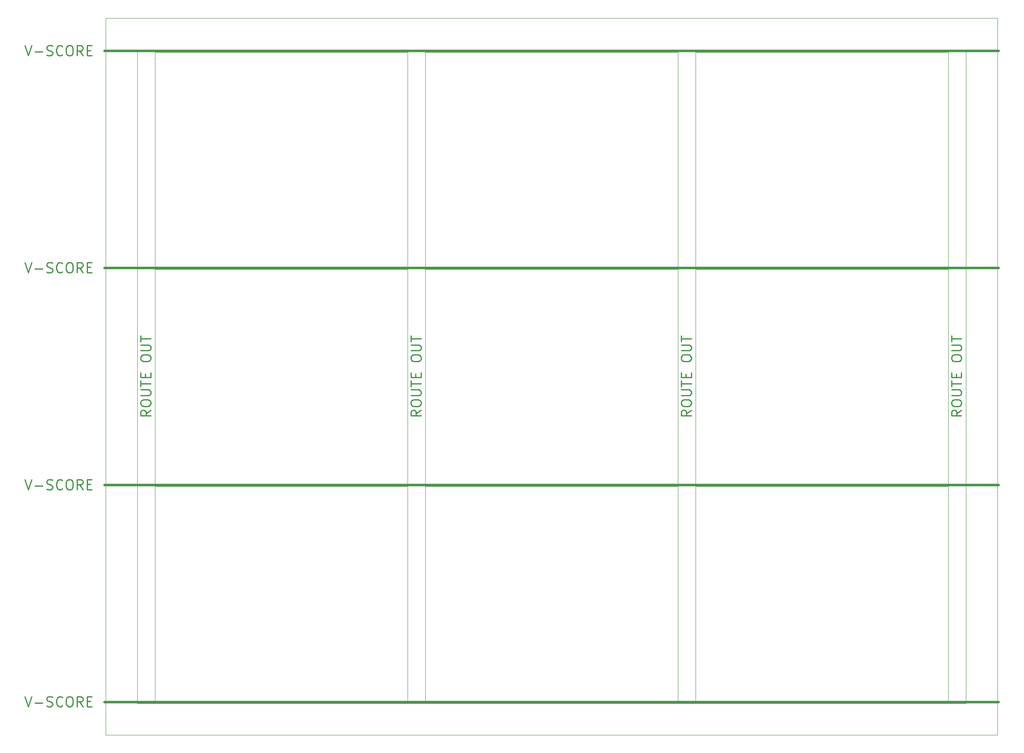
<source format=gko>
%TF.GenerationSoftware,KiCad,Pcbnew,8.0.7*%
%TF.CreationDate,2025-04-01T11:43:10-06:00*%
%TF.ProjectId,SparkFun_GNSS_LG580P_panelized,53706172-6b46-4756-9e5f-474e53535f4c,rev?*%
%TF.SameCoordinates,Original*%
%TF.FileFunction,Soldermask,Bot*%
%TF.FilePolarity,Negative*%
%FSLAX46Y46*%
G04 Gerber Fmt 4.6, Leading zero omitted, Abs format (unit mm)*
G04 Created by KiCad (PCBNEW 8.0.7) date 2025-04-01 11:43:10*
%MOMM*%
%LPD*%
G01*
G04 APERTURE LIST*
%TA.AperFunction,Profile*%
%ADD10C,0.100000*%
%TD*%
%ADD11C,0.250000*%
%ADD12C,0.500000*%
G04 APERTURE END LIST*
D10*
X-3548000Y-500000D02*
X-3548000Y131040000D01*
X163044000Y-500000D02*
X-3548000Y-500000D01*
X163044000Y131040000D02*
X163044000Y-500000D01*
X-3548000Y131040000D02*
X163044000Y131040000D01*
X-9898000Y-6850000D02*
X-9898000Y137390000D01*
X169394000Y-6850000D02*
X-9898000Y-6850000D01*
X169394000Y137390000D02*
X169394000Y-6850000D01*
X-9898000Y137390000D02*
X169394000Y137390000D01*
X108696000Y130540000D02*
X159496000Y130540000D01*
X159496000Y87360000D01*
X108696000Y87360000D01*
X108696000Y130540000D01*
X108696000Y86860000D02*
X159496000Y86860000D01*
X159496000Y43680000D01*
X108696000Y43680000D01*
X108696000Y86860000D01*
X108696000Y43180000D02*
X159496000Y43180000D01*
X159496000Y0D01*
X108696000Y0D01*
X108696000Y43180000D01*
X54348000Y130540000D02*
X105148000Y130540000D01*
X105148000Y87360000D01*
X54348000Y87360000D01*
X54348000Y130540000D01*
X54348000Y86860000D02*
X105148000Y86860000D01*
X105148000Y43680000D01*
X54348000Y43680000D01*
X54348000Y86860000D01*
X54348000Y43180000D02*
X105148000Y43180000D01*
X105148000Y0D01*
X54348000Y0D01*
X54348000Y43180000D01*
X0Y130540000D02*
X50800000Y130540000D01*
X50800000Y87360000D01*
X0Y87360000D01*
X0Y130540000D01*
X0Y86860000D02*
X50800000Y86860000D01*
X50800000Y43680000D01*
X0Y43680000D01*
X0Y86860000D01*
X0Y43180000D02*
X50800000Y43180000D01*
X50800000Y0D01*
X0Y0D01*
X0Y43180000D01*
D11*
X162182238Y58508095D02*
X161229857Y57841428D01*
X162182238Y57365238D02*
X160182238Y57365238D01*
X160182238Y57365238D02*
X160182238Y58127143D01*
X160182238Y58127143D02*
X160277476Y58317619D01*
X160277476Y58317619D02*
X160372714Y58412857D01*
X160372714Y58412857D02*
X160563190Y58508095D01*
X160563190Y58508095D02*
X160848904Y58508095D01*
X160848904Y58508095D02*
X161039380Y58412857D01*
X161039380Y58412857D02*
X161134619Y58317619D01*
X161134619Y58317619D02*
X161229857Y58127143D01*
X161229857Y58127143D02*
X161229857Y57365238D01*
X160182238Y59746190D02*
X160182238Y60127143D01*
X160182238Y60127143D02*
X160277476Y60317619D01*
X160277476Y60317619D02*
X160467952Y60508095D01*
X160467952Y60508095D02*
X160848904Y60603333D01*
X160848904Y60603333D02*
X161515571Y60603333D01*
X161515571Y60603333D02*
X161896523Y60508095D01*
X161896523Y60508095D02*
X162087000Y60317619D01*
X162087000Y60317619D02*
X162182238Y60127143D01*
X162182238Y60127143D02*
X162182238Y59746190D01*
X162182238Y59746190D02*
X162087000Y59555714D01*
X162087000Y59555714D02*
X161896523Y59365238D01*
X161896523Y59365238D02*
X161515571Y59270000D01*
X161515571Y59270000D02*
X160848904Y59270000D01*
X160848904Y59270000D02*
X160467952Y59365238D01*
X160467952Y59365238D02*
X160277476Y59555714D01*
X160277476Y59555714D02*
X160182238Y59746190D01*
X160182238Y61460476D02*
X161801285Y61460476D01*
X161801285Y61460476D02*
X161991761Y61555714D01*
X161991761Y61555714D02*
X162087000Y61650952D01*
X162087000Y61650952D02*
X162182238Y61841428D01*
X162182238Y61841428D02*
X162182238Y62222381D01*
X162182238Y62222381D02*
X162087000Y62412857D01*
X162087000Y62412857D02*
X161991761Y62508095D01*
X161991761Y62508095D02*
X161801285Y62603333D01*
X161801285Y62603333D02*
X160182238Y62603333D01*
X160182238Y63270000D02*
X160182238Y64412857D01*
X162182238Y63841428D02*
X160182238Y63841428D01*
X161134619Y65079524D02*
X161134619Y65746191D01*
X162182238Y66031905D02*
X162182238Y65079524D01*
X162182238Y65079524D02*
X160182238Y65079524D01*
X160182238Y65079524D02*
X160182238Y66031905D01*
X160182238Y68793810D02*
X160182238Y69174763D01*
X160182238Y69174763D02*
X160277476Y69365239D01*
X160277476Y69365239D02*
X160467952Y69555715D01*
X160467952Y69555715D02*
X160848904Y69650953D01*
X160848904Y69650953D02*
X161515571Y69650953D01*
X161515571Y69650953D02*
X161896523Y69555715D01*
X161896523Y69555715D02*
X162087000Y69365239D01*
X162087000Y69365239D02*
X162182238Y69174763D01*
X162182238Y69174763D02*
X162182238Y68793810D01*
X162182238Y68793810D02*
X162087000Y68603334D01*
X162087000Y68603334D02*
X161896523Y68412858D01*
X161896523Y68412858D02*
X161515571Y68317620D01*
X161515571Y68317620D02*
X160848904Y68317620D01*
X160848904Y68317620D02*
X160467952Y68412858D01*
X160467952Y68412858D02*
X160277476Y68603334D01*
X160277476Y68603334D02*
X160182238Y68793810D01*
X160182238Y70508096D02*
X161801285Y70508096D01*
X161801285Y70508096D02*
X161991761Y70603334D01*
X161991761Y70603334D02*
X162087000Y70698572D01*
X162087000Y70698572D02*
X162182238Y70889048D01*
X162182238Y70889048D02*
X162182238Y71270001D01*
X162182238Y71270001D02*
X162087000Y71460477D01*
X162087000Y71460477D02*
X161991761Y71555715D01*
X161991761Y71555715D02*
X161801285Y71650953D01*
X161801285Y71650953D02*
X160182238Y71650953D01*
X160182238Y72317620D02*
X160182238Y73460477D01*
X162182238Y72889048D02*
X160182238Y72889048D01*
X107834238Y58508095D02*
X106881857Y57841428D01*
X107834238Y57365238D02*
X105834238Y57365238D01*
X105834238Y57365238D02*
X105834238Y58127143D01*
X105834238Y58127143D02*
X105929476Y58317619D01*
X105929476Y58317619D02*
X106024714Y58412857D01*
X106024714Y58412857D02*
X106215190Y58508095D01*
X106215190Y58508095D02*
X106500904Y58508095D01*
X106500904Y58508095D02*
X106691380Y58412857D01*
X106691380Y58412857D02*
X106786619Y58317619D01*
X106786619Y58317619D02*
X106881857Y58127143D01*
X106881857Y58127143D02*
X106881857Y57365238D01*
X105834238Y59746190D02*
X105834238Y60127143D01*
X105834238Y60127143D02*
X105929476Y60317619D01*
X105929476Y60317619D02*
X106119952Y60508095D01*
X106119952Y60508095D02*
X106500904Y60603333D01*
X106500904Y60603333D02*
X107167571Y60603333D01*
X107167571Y60603333D02*
X107548523Y60508095D01*
X107548523Y60508095D02*
X107739000Y60317619D01*
X107739000Y60317619D02*
X107834238Y60127143D01*
X107834238Y60127143D02*
X107834238Y59746190D01*
X107834238Y59746190D02*
X107739000Y59555714D01*
X107739000Y59555714D02*
X107548523Y59365238D01*
X107548523Y59365238D02*
X107167571Y59270000D01*
X107167571Y59270000D02*
X106500904Y59270000D01*
X106500904Y59270000D02*
X106119952Y59365238D01*
X106119952Y59365238D02*
X105929476Y59555714D01*
X105929476Y59555714D02*
X105834238Y59746190D01*
X105834238Y61460476D02*
X107453285Y61460476D01*
X107453285Y61460476D02*
X107643761Y61555714D01*
X107643761Y61555714D02*
X107739000Y61650952D01*
X107739000Y61650952D02*
X107834238Y61841428D01*
X107834238Y61841428D02*
X107834238Y62222381D01*
X107834238Y62222381D02*
X107739000Y62412857D01*
X107739000Y62412857D02*
X107643761Y62508095D01*
X107643761Y62508095D02*
X107453285Y62603333D01*
X107453285Y62603333D02*
X105834238Y62603333D01*
X105834238Y63270000D02*
X105834238Y64412857D01*
X107834238Y63841428D02*
X105834238Y63841428D01*
X106786619Y65079524D02*
X106786619Y65746191D01*
X107834238Y66031905D02*
X107834238Y65079524D01*
X107834238Y65079524D02*
X105834238Y65079524D01*
X105834238Y65079524D02*
X105834238Y66031905D01*
X105834238Y68793810D02*
X105834238Y69174763D01*
X105834238Y69174763D02*
X105929476Y69365239D01*
X105929476Y69365239D02*
X106119952Y69555715D01*
X106119952Y69555715D02*
X106500904Y69650953D01*
X106500904Y69650953D02*
X107167571Y69650953D01*
X107167571Y69650953D02*
X107548523Y69555715D01*
X107548523Y69555715D02*
X107739000Y69365239D01*
X107739000Y69365239D02*
X107834238Y69174763D01*
X107834238Y69174763D02*
X107834238Y68793810D01*
X107834238Y68793810D02*
X107739000Y68603334D01*
X107739000Y68603334D02*
X107548523Y68412858D01*
X107548523Y68412858D02*
X107167571Y68317620D01*
X107167571Y68317620D02*
X106500904Y68317620D01*
X106500904Y68317620D02*
X106119952Y68412858D01*
X106119952Y68412858D02*
X105929476Y68603334D01*
X105929476Y68603334D02*
X105834238Y68793810D01*
X105834238Y70508096D02*
X107453285Y70508096D01*
X107453285Y70508096D02*
X107643761Y70603334D01*
X107643761Y70603334D02*
X107739000Y70698572D01*
X107739000Y70698572D02*
X107834238Y70889048D01*
X107834238Y70889048D02*
X107834238Y71270001D01*
X107834238Y71270001D02*
X107739000Y71460477D01*
X107739000Y71460477D02*
X107643761Y71555715D01*
X107643761Y71555715D02*
X107453285Y71650953D01*
X107453285Y71650953D02*
X105834238Y71650953D01*
X105834238Y72317620D02*
X105834238Y73460477D01*
X107834238Y72889048D02*
X105834238Y72889048D01*
X53486238Y58508095D02*
X52533857Y57841428D01*
X53486238Y57365238D02*
X51486238Y57365238D01*
X51486238Y57365238D02*
X51486238Y58127143D01*
X51486238Y58127143D02*
X51581476Y58317619D01*
X51581476Y58317619D02*
X51676714Y58412857D01*
X51676714Y58412857D02*
X51867190Y58508095D01*
X51867190Y58508095D02*
X52152904Y58508095D01*
X52152904Y58508095D02*
X52343380Y58412857D01*
X52343380Y58412857D02*
X52438619Y58317619D01*
X52438619Y58317619D02*
X52533857Y58127143D01*
X52533857Y58127143D02*
X52533857Y57365238D01*
X51486238Y59746190D02*
X51486238Y60127143D01*
X51486238Y60127143D02*
X51581476Y60317619D01*
X51581476Y60317619D02*
X51771952Y60508095D01*
X51771952Y60508095D02*
X52152904Y60603333D01*
X52152904Y60603333D02*
X52819571Y60603333D01*
X52819571Y60603333D02*
X53200523Y60508095D01*
X53200523Y60508095D02*
X53391000Y60317619D01*
X53391000Y60317619D02*
X53486238Y60127143D01*
X53486238Y60127143D02*
X53486238Y59746190D01*
X53486238Y59746190D02*
X53391000Y59555714D01*
X53391000Y59555714D02*
X53200523Y59365238D01*
X53200523Y59365238D02*
X52819571Y59270000D01*
X52819571Y59270000D02*
X52152904Y59270000D01*
X52152904Y59270000D02*
X51771952Y59365238D01*
X51771952Y59365238D02*
X51581476Y59555714D01*
X51581476Y59555714D02*
X51486238Y59746190D01*
X51486238Y61460476D02*
X53105285Y61460476D01*
X53105285Y61460476D02*
X53295761Y61555714D01*
X53295761Y61555714D02*
X53391000Y61650952D01*
X53391000Y61650952D02*
X53486238Y61841428D01*
X53486238Y61841428D02*
X53486238Y62222381D01*
X53486238Y62222381D02*
X53391000Y62412857D01*
X53391000Y62412857D02*
X53295761Y62508095D01*
X53295761Y62508095D02*
X53105285Y62603333D01*
X53105285Y62603333D02*
X51486238Y62603333D01*
X51486238Y63270000D02*
X51486238Y64412857D01*
X53486238Y63841428D02*
X51486238Y63841428D01*
X52438619Y65079524D02*
X52438619Y65746191D01*
X53486238Y66031905D02*
X53486238Y65079524D01*
X53486238Y65079524D02*
X51486238Y65079524D01*
X51486238Y65079524D02*
X51486238Y66031905D01*
X51486238Y68793810D02*
X51486238Y69174763D01*
X51486238Y69174763D02*
X51581476Y69365239D01*
X51581476Y69365239D02*
X51771952Y69555715D01*
X51771952Y69555715D02*
X52152904Y69650953D01*
X52152904Y69650953D02*
X52819571Y69650953D01*
X52819571Y69650953D02*
X53200523Y69555715D01*
X53200523Y69555715D02*
X53391000Y69365239D01*
X53391000Y69365239D02*
X53486238Y69174763D01*
X53486238Y69174763D02*
X53486238Y68793810D01*
X53486238Y68793810D02*
X53391000Y68603334D01*
X53391000Y68603334D02*
X53200523Y68412858D01*
X53200523Y68412858D02*
X52819571Y68317620D01*
X52819571Y68317620D02*
X52152904Y68317620D01*
X52152904Y68317620D02*
X51771952Y68412858D01*
X51771952Y68412858D02*
X51581476Y68603334D01*
X51581476Y68603334D02*
X51486238Y68793810D01*
X51486238Y70508096D02*
X53105285Y70508096D01*
X53105285Y70508096D02*
X53295761Y70603334D01*
X53295761Y70603334D02*
X53391000Y70698572D01*
X53391000Y70698572D02*
X53486238Y70889048D01*
X53486238Y70889048D02*
X53486238Y71270001D01*
X53486238Y71270001D02*
X53391000Y71460477D01*
X53391000Y71460477D02*
X53295761Y71555715D01*
X53295761Y71555715D02*
X53105285Y71650953D01*
X53105285Y71650953D02*
X51486238Y71650953D01*
X51486238Y72317620D02*
X51486238Y73460477D01*
X53486238Y72889048D02*
X51486238Y72889048D01*
X-861762Y58508095D02*
X-1814143Y57841428D01*
X-861762Y57365238D02*
X-2861762Y57365238D01*
X-2861762Y57365238D02*
X-2861762Y58127143D01*
X-2861762Y58127143D02*
X-2766524Y58317619D01*
X-2766524Y58317619D02*
X-2671286Y58412857D01*
X-2671286Y58412857D02*
X-2480810Y58508095D01*
X-2480810Y58508095D02*
X-2195096Y58508095D01*
X-2195096Y58508095D02*
X-2004620Y58412857D01*
X-2004620Y58412857D02*
X-1909381Y58317619D01*
X-1909381Y58317619D02*
X-1814143Y58127143D01*
X-1814143Y58127143D02*
X-1814143Y57365238D01*
X-2861762Y59746190D02*
X-2861762Y60127143D01*
X-2861762Y60127143D02*
X-2766524Y60317619D01*
X-2766524Y60317619D02*
X-2576048Y60508095D01*
X-2576048Y60508095D02*
X-2195096Y60603333D01*
X-2195096Y60603333D02*
X-1528429Y60603333D01*
X-1528429Y60603333D02*
X-1147477Y60508095D01*
X-1147477Y60508095D02*
X-957000Y60317619D01*
X-957000Y60317619D02*
X-861762Y60127143D01*
X-861762Y60127143D02*
X-861762Y59746190D01*
X-861762Y59746190D02*
X-957000Y59555714D01*
X-957000Y59555714D02*
X-1147477Y59365238D01*
X-1147477Y59365238D02*
X-1528429Y59270000D01*
X-1528429Y59270000D02*
X-2195096Y59270000D01*
X-2195096Y59270000D02*
X-2576048Y59365238D01*
X-2576048Y59365238D02*
X-2766524Y59555714D01*
X-2766524Y59555714D02*
X-2861762Y59746190D01*
X-2861762Y61460476D02*
X-1242715Y61460476D01*
X-1242715Y61460476D02*
X-1052239Y61555714D01*
X-1052239Y61555714D02*
X-957000Y61650952D01*
X-957000Y61650952D02*
X-861762Y61841428D01*
X-861762Y61841428D02*
X-861762Y62222381D01*
X-861762Y62222381D02*
X-957000Y62412857D01*
X-957000Y62412857D02*
X-1052239Y62508095D01*
X-1052239Y62508095D02*
X-1242715Y62603333D01*
X-1242715Y62603333D02*
X-2861762Y62603333D01*
X-2861762Y63270000D02*
X-2861762Y64412857D01*
X-861762Y63841428D02*
X-2861762Y63841428D01*
X-1909381Y65079524D02*
X-1909381Y65746191D01*
X-861762Y66031905D02*
X-861762Y65079524D01*
X-861762Y65079524D02*
X-2861762Y65079524D01*
X-2861762Y65079524D02*
X-2861762Y66031905D01*
X-2861762Y68793810D02*
X-2861762Y69174763D01*
X-2861762Y69174763D02*
X-2766524Y69365239D01*
X-2766524Y69365239D02*
X-2576048Y69555715D01*
X-2576048Y69555715D02*
X-2195096Y69650953D01*
X-2195096Y69650953D02*
X-1528429Y69650953D01*
X-1528429Y69650953D02*
X-1147477Y69555715D01*
X-1147477Y69555715D02*
X-957000Y69365239D01*
X-957000Y69365239D02*
X-861762Y69174763D01*
X-861762Y69174763D02*
X-861762Y68793810D01*
X-861762Y68793810D02*
X-957000Y68603334D01*
X-957000Y68603334D02*
X-1147477Y68412858D01*
X-1147477Y68412858D02*
X-1528429Y68317620D01*
X-1528429Y68317620D02*
X-2195096Y68317620D01*
X-2195096Y68317620D02*
X-2576048Y68412858D01*
X-2576048Y68412858D02*
X-2766524Y68603334D01*
X-2766524Y68603334D02*
X-2861762Y68793810D01*
X-2861762Y70508096D02*
X-1242715Y70508096D01*
X-1242715Y70508096D02*
X-1052239Y70603334D01*
X-1052239Y70603334D02*
X-957000Y70698572D01*
X-957000Y70698572D02*
X-861762Y70889048D01*
X-861762Y70889048D02*
X-861762Y71270001D01*
X-861762Y71270001D02*
X-957000Y71460477D01*
X-957000Y71460477D02*
X-1052239Y71555715D01*
X-1052239Y71555715D02*
X-1242715Y71650953D01*
X-1242715Y71650953D02*
X-2861762Y71650953D01*
X-2861762Y72317620D02*
X-2861762Y73460477D01*
X-861762Y72889048D02*
X-2861762Y72889048D01*
X-26121997Y837762D02*
X-25455331Y-1162238D01*
X-25455331Y-1162238D02*
X-24788664Y837762D01*
X-24121997Y-400333D02*
X-22598187Y-400333D01*
X-21741045Y-1067000D02*
X-21455331Y-1162238D01*
X-21455331Y-1162238D02*
X-20979140Y-1162238D01*
X-20979140Y-1162238D02*
X-20788664Y-1067000D01*
X-20788664Y-1067000D02*
X-20693426Y-971761D01*
X-20693426Y-971761D02*
X-20598188Y-781285D01*
X-20598188Y-781285D02*
X-20598188Y-590809D01*
X-20598188Y-590809D02*
X-20693426Y-400333D01*
X-20693426Y-400333D02*
X-20788664Y-305095D01*
X-20788664Y-305095D02*
X-20979140Y-209857D01*
X-20979140Y-209857D02*
X-21360093Y-114619D01*
X-21360093Y-114619D02*
X-21550569Y-19380D01*
X-21550569Y-19380D02*
X-21645807Y75858D01*
X-21645807Y75858D02*
X-21741045Y266334D01*
X-21741045Y266334D02*
X-21741045Y456810D01*
X-21741045Y456810D02*
X-21645807Y647286D01*
X-21645807Y647286D02*
X-21550569Y742524D01*
X-21550569Y742524D02*
X-21360093Y837762D01*
X-21360093Y837762D02*
X-20883902Y837762D01*
X-20883902Y837762D02*
X-20598188Y742524D01*
X-18598188Y-971761D02*
X-18693426Y-1067000D01*
X-18693426Y-1067000D02*
X-18979140Y-1162238D01*
X-18979140Y-1162238D02*
X-19169616Y-1162238D01*
X-19169616Y-1162238D02*
X-19455331Y-1067000D01*
X-19455331Y-1067000D02*
X-19645807Y-876523D01*
X-19645807Y-876523D02*
X-19741045Y-686047D01*
X-19741045Y-686047D02*
X-19836283Y-305095D01*
X-19836283Y-305095D02*
X-19836283Y-19380D01*
X-19836283Y-19380D02*
X-19741045Y361572D01*
X-19741045Y361572D02*
X-19645807Y552048D01*
X-19645807Y552048D02*
X-19455331Y742524D01*
X-19455331Y742524D02*
X-19169616Y837762D01*
X-19169616Y837762D02*
X-18979140Y837762D01*
X-18979140Y837762D02*
X-18693426Y742524D01*
X-18693426Y742524D02*
X-18598188Y647286D01*
X-17360093Y837762D02*
X-16979140Y837762D01*
X-16979140Y837762D02*
X-16788664Y742524D01*
X-16788664Y742524D02*
X-16598188Y552048D01*
X-16598188Y552048D02*
X-16502950Y171096D01*
X-16502950Y171096D02*
X-16502950Y-495571D01*
X-16502950Y-495571D02*
X-16598188Y-876523D01*
X-16598188Y-876523D02*
X-16788664Y-1067000D01*
X-16788664Y-1067000D02*
X-16979140Y-1162238D01*
X-16979140Y-1162238D02*
X-17360093Y-1162238D01*
X-17360093Y-1162238D02*
X-17550569Y-1067000D01*
X-17550569Y-1067000D02*
X-17741045Y-876523D01*
X-17741045Y-876523D02*
X-17836283Y-495571D01*
X-17836283Y-495571D02*
X-17836283Y171096D01*
X-17836283Y171096D02*
X-17741045Y552048D01*
X-17741045Y552048D02*
X-17550569Y742524D01*
X-17550569Y742524D02*
X-17360093Y837762D01*
X-14502950Y-1162238D02*
X-15169617Y-209857D01*
X-15645807Y-1162238D02*
X-15645807Y837762D01*
X-15645807Y837762D02*
X-14883902Y837762D01*
X-14883902Y837762D02*
X-14693426Y742524D01*
X-14693426Y742524D02*
X-14598188Y647286D01*
X-14598188Y647286D02*
X-14502950Y456810D01*
X-14502950Y456810D02*
X-14502950Y171096D01*
X-14502950Y171096D02*
X-14598188Y-19380D01*
X-14598188Y-19380D02*
X-14693426Y-114619D01*
X-14693426Y-114619D02*
X-14883902Y-209857D01*
X-14883902Y-209857D02*
X-15645807Y-209857D01*
X-13645807Y-114619D02*
X-12979140Y-114619D01*
X-12693426Y-1162238D02*
X-13645807Y-1162238D01*
X-13645807Y-1162238D02*
X-13645807Y837762D01*
X-13645807Y837762D02*
X-12693426Y837762D01*
D12*
X-10148000Y-250000D02*
X169644000Y-250000D01*
D11*
X-26121997Y44517762D02*
X-25455331Y42517762D01*
X-25455331Y42517762D02*
X-24788664Y44517762D01*
X-24121997Y43279667D02*
X-22598187Y43279667D01*
X-21741045Y42613000D02*
X-21455331Y42517762D01*
X-21455331Y42517762D02*
X-20979140Y42517762D01*
X-20979140Y42517762D02*
X-20788664Y42613000D01*
X-20788664Y42613000D02*
X-20693426Y42708239D01*
X-20693426Y42708239D02*
X-20598188Y42898715D01*
X-20598188Y42898715D02*
X-20598188Y43089191D01*
X-20598188Y43089191D02*
X-20693426Y43279667D01*
X-20693426Y43279667D02*
X-20788664Y43374905D01*
X-20788664Y43374905D02*
X-20979140Y43470143D01*
X-20979140Y43470143D02*
X-21360093Y43565381D01*
X-21360093Y43565381D02*
X-21550569Y43660620D01*
X-21550569Y43660620D02*
X-21645807Y43755858D01*
X-21645807Y43755858D02*
X-21741045Y43946334D01*
X-21741045Y43946334D02*
X-21741045Y44136810D01*
X-21741045Y44136810D02*
X-21645807Y44327286D01*
X-21645807Y44327286D02*
X-21550569Y44422524D01*
X-21550569Y44422524D02*
X-21360093Y44517762D01*
X-21360093Y44517762D02*
X-20883902Y44517762D01*
X-20883902Y44517762D02*
X-20598188Y44422524D01*
X-18598188Y42708239D02*
X-18693426Y42613000D01*
X-18693426Y42613000D02*
X-18979140Y42517762D01*
X-18979140Y42517762D02*
X-19169616Y42517762D01*
X-19169616Y42517762D02*
X-19455331Y42613000D01*
X-19455331Y42613000D02*
X-19645807Y42803477D01*
X-19645807Y42803477D02*
X-19741045Y42993953D01*
X-19741045Y42993953D02*
X-19836283Y43374905D01*
X-19836283Y43374905D02*
X-19836283Y43660620D01*
X-19836283Y43660620D02*
X-19741045Y44041572D01*
X-19741045Y44041572D02*
X-19645807Y44232048D01*
X-19645807Y44232048D02*
X-19455331Y44422524D01*
X-19455331Y44422524D02*
X-19169616Y44517762D01*
X-19169616Y44517762D02*
X-18979140Y44517762D01*
X-18979140Y44517762D02*
X-18693426Y44422524D01*
X-18693426Y44422524D02*
X-18598188Y44327286D01*
X-17360093Y44517762D02*
X-16979140Y44517762D01*
X-16979140Y44517762D02*
X-16788664Y44422524D01*
X-16788664Y44422524D02*
X-16598188Y44232048D01*
X-16598188Y44232048D02*
X-16502950Y43851096D01*
X-16502950Y43851096D02*
X-16502950Y43184429D01*
X-16502950Y43184429D02*
X-16598188Y42803477D01*
X-16598188Y42803477D02*
X-16788664Y42613000D01*
X-16788664Y42613000D02*
X-16979140Y42517762D01*
X-16979140Y42517762D02*
X-17360093Y42517762D01*
X-17360093Y42517762D02*
X-17550569Y42613000D01*
X-17550569Y42613000D02*
X-17741045Y42803477D01*
X-17741045Y42803477D02*
X-17836283Y43184429D01*
X-17836283Y43184429D02*
X-17836283Y43851096D01*
X-17836283Y43851096D02*
X-17741045Y44232048D01*
X-17741045Y44232048D02*
X-17550569Y44422524D01*
X-17550569Y44422524D02*
X-17360093Y44517762D01*
X-14502950Y42517762D02*
X-15169617Y43470143D01*
X-15645807Y42517762D02*
X-15645807Y44517762D01*
X-15645807Y44517762D02*
X-14883902Y44517762D01*
X-14883902Y44517762D02*
X-14693426Y44422524D01*
X-14693426Y44422524D02*
X-14598188Y44327286D01*
X-14598188Y44327286D02*
X-14502950Y44136810D01*
X-14502950Y44136810D02*
X-14502950Y43851096D01*
X-14502950Y43851096D02*
X-14598188Y43660620D01*
X-14598188Y43660620D02*
X-14693426Y43565381D01*
X-14693426Y43565381D02*
X-14883902Y43470143D01*
X-14883902Y43470143D02*
X-15645807Y43470143D01*
X-13645807Y43565381D02*
X-12979140Y43565381D01*
X-12693426Y42517762D02*
X-13645807Y42517762D01*
X-13645807Y42517762D02*
X-13645807Y44517762D01*
X-13645807Y44517762D02*
X-12693426Y44517762D01*
D12*
X-10148000Y43430000D02*
X169644000Y43430000D01*
D11*
X-26121997Y88197762D02*
X-25455331Y86197762D01*
X-25455331Y86197762D02*
X-24788664Y88197762D01*
X-24121997Y86959667D02*
X-22598187Y86959667D01*
X-21741045Y86293000D02*
X-21455331Y86197762D01*
X-21455331Y86197762D02*
X-20979140Y86197762D01*
X-20979140Y86197762D02*
X-20788664Y86293000D01*
X-20788664Y86293000D02*
X-20693426Y86388239D01*
X-20693426Y86388239D02*
X-20598188Y86578715D01*
X-20598188Y86578715D02*
X-20598188Y86769191D01*
X-20598188Y86769191D02*
X-20693426Y86959667D01*
X-20693426Y86959667D02*
X-20788664Y87054905D01*
X-20788664Y87054905D02*
X-20979140Y87150143D01*
X-20979140Y87150143D02*
X-21360093Y87245381D01*
X-21360093Y87245381D02*
X-21550569Y87340620D01*
X-21550569Y87340620D02*
X-21645807Y87435858D01*
X-21645807Y87435858D02*
X-21741045Y87626334D01*
X-21741045Y87626334D02*
X-21741045Y87816810D01*
X-21741045Y87816810D02*
X-21645807Y88007286D01*
X-21645807Y88007286D02*
X-21550569Y88102524D01*
X-21550569Y88102524D02*
X-21360093Y88197762D01*
X-21360093Y88197762D02*
X-20883902Y88197762D01*
X-20883902Y88197762D02*
X-20598188Y88102524D01*
X-18598188Y86388239D02*
X-18693426Y86293000D01*
X-18693426Y86293000D02*
X-18979140Y86197762D01*
X-18979140Y86197762D02*
X-19169616Y86197762D01*
X-19169616Y86197762D02*
X-19455331Y86293000D01*
X-19455331Y86293000D02*
X-19645807Y86483477D01*
X-19645807Y86483477D02*
X-19741045Y86673953D01*
X-19741045Y86673953D02*
X-19836283Y87054905D01*
X-19836283Y87054905D02*
X-19836283Y87340620D01*
X-19836283Y87340620D02*
X-19741045Y87721572D01*
X-19741045Y87721572D02*
X-19645807Y87912048D01*
X-19645807Y87912048D02*
X-19455331Y88102524D01*
X-19455331Y88102524D02*
X-19169616Y88197762D01*
X-19169616Y88197762D02*
X-18979140Y88197762D01*
X-18979140Y88197762D02*
X-18693426Y88102524D01*
X-18693426Y88102524D02*
X-18598188Y88007286D01*
X-17360093Y88197762D02*
X-16979140Y88197762D01*
X-16979140Y88197762D02*
X-16788664Y88102524D01*
X-16788664Y88102524D02*
X-16598188Y87912048D01*
X-16598188Y87912048D02*
X-16502950Y87531096D01*
X-16502950Y87531096D02*
X-16502950Y86864429D01*
X-16502950Y86864429D02*
X-16598188Y86483477D01*
X-16598188Y86483477D02*
X-16788664Y86293000D01*
X-16788664Y86293000D02*
X-16979140Y86197762D01*
X-16979140Y86197762D02*
X-17360093Y86197762D01*
X-17360093Y86197762D02*
X-17550569Y86293000D01*
X-17550569Y86293000D02*
X-17741045Y86483477D01*
X-17741045Y86483477D02*
X-17836283Y86864429D01*
X-17836283Y86864429D02*
X-17836283Y87531096D01*
X-17836283Y87531096D02*
X-17741045Y87912048D01*
X-17741045Y87912048D02*
X-17550569Y88102524D01*
X-17550569Y88102524D02*
X-17360093Y88197762D01*
X-14502950Y86197762D02*
X-15169617Y87150143D01*
X-15645807Y86197762D02*
X-15645807Y88197762D01*
X-15645807Y88197762D02*
X-14883902Y88197762D01*
X-14883902Y88197762D02*
X-14693426Y88102524D01*
X-14693426Y88102524D02*
X-14598188Y88007286D01*
X-14598188Y88007286D02*
X-14502950Y87816810D01*
X-14502950Y87816810D02*
X-14502950Y87531096D01*
X-14502950Y87531096D02*
X-14598188Y87340620D01*
X-14598188Y87340620D02*
X-14693426Y87245381D01*
X-14693426Y87245381D02*
X-14883902Y87150143D01*
X-14883902Y87150143D02*
X-15645807Y87150143D01*
X-13645807Y87245381D02*
X-12979140Y87245381D01*
X-12693426Y86197762D02*
X-13645807Y86197762D01*
X-13645807Y86197762D02*
X-13645807Y88197762D01*
X-13645807Y88197762D02*
X-12693426Y88197762D01*
D12*
X-10148000Y87110000D02*
X169644000Y87110000D01*
D11*
X-26121997Y131877761D02*
X-25455331Y129877761D01*
X-25455331Y129877761D02*
X-24788664Y131877761D01*
X-24121997Y130639666D02*
X-22598187Y130639666D01*
X-21741045Y129973000D02*
X-21455331Y129877761D01*
X-21455331Y129877761D02*
X-20979140Y129877761D01*
X-20979140Y129877761D02*
X-20788664Y129973000D01*
X-20788664Y129973000D02*
X-20693426Y130068238D01*
X-20693426Y130068238D02*
X-20598188Y130258714D01*
X-20598188Y130258714D02*
X-20598188Y130449190D01*
X-20598188Y130449190D02*
X-20693426Y130639666D01*
X-20693426Y130639666D02*
X-20788664Y130734904D01*
X-20788664Y130734904D02*
X-20979140Y130830142D01*
X-20979140Y130830142D02*
X-21360093Y130925380D01*
X-21360093Y130925380D02*
X-21550569Y131020619D01*
X-21550569Y131020619D02*
X-21645807Y131115857D01*
X-21645807Y131115857D02*
X-21741045Y131306333D01*
X-21741045Y131306333D02*
X-21741045Y131496809D01*
X-21741045Y131496809D02*
X-21645807Y131687285D01*
X-21645807Y131687285D02*
X-21550569Y131782523D01*
X-21550569Y131782523D02*
X-21360093Y131877761D01*
X-21360093Y131877761D02*
X-20883902Y131877761D01*
X-20883902Y131877761D02*
X-20598188Y131782523D01*
X-18598188Y130068238D02*
X-18693426Y129973000D01*
X-18693426Y129973000D02*
X-18979140Y129877761D01*
X-18979140Y129877761D02*
X-19169616Y129877761D01*
X-19169616Y129877761D02*
X-19455331Y129973000D01*
X-19455331Y129973000D02*
X-19645807Y130163476D01*
X-19645807Y130163476D02*
X-19741045Y130353952D01*
X-19741045Y130353952D02*
X-19836283Y130734904D01*
X-19836283Y130734904D02*
X-19836283Y131020619D01*
X-19836283Y131020619D02*
X-19741045Y131401571D01*
X-19741045Y131401571D02*
X-19645807Y131592047D01*
X-19645807Y131592047D02*
X-19455331Y131782523D01*
X-19455331Y131782523D02*
X-19169616Y131877761D01*
X-19169616Y131877761D02*
X-18979140Y131877761D01*
X-18979140Y131877761D02*
X-18693426Y131782523D01*
X-18693426Y131782523D02*
X-18598188Y131687285D01*
X-17360093Y131877761D02*
X-16979140Y131877761D01*
X-16979140Y131877761D02*
X-16788664Y131782523D01*
X-16788664Y131782523D02*
X-16598188Y131592047D01*
X-16598188Y131592047D02*
X-16502950Y131211095D01*
X-16502950Y131211095D02*
X-16502950Y130544428D01*
X-16502950Y130544428D02*
X-16598188Y130163476D01*
X-16598188Y130163476D02*
X-16788664Y129973000D01*
X-16788664Y129973000D02*
X-16979140Y129877761D01*
X-16979140Y129877761D02*
X-17360093Y129877761D01*
X-17360093Y129877761D02*
X-17550569Y129973000D01*
X-17550569Y129973000D02*
X-17741045Y130163476D01*
X-17741045Y130163476D02*
X-17836283Y130544428D01*
X-17836283Y130544428D02*
X-17836283Y131211095D01*
X-17836283Y131211095D02*
X-17741045Y131592047D01*
X-17741045Y131592047D02*
X-17550569Y131782523D01*
X-17550569Y131782523D02*
X-17360093Y131877761D01*
X-14502950Y129877761D02*
X-15169617Y130830142D01*
X-15645807Y129877761D02*
X-15645807Y131877761D01*
X-15645807Y131877761D02*
X-14883902Y131877761D01*
X-14883902Y131877761D02*
X-14693426Y131782523D01*
X-14693426Y131782523D02*
X-14598188Y131687285D01*
X-14598188Y131687285D02*
X-14502950Y131496809D01*
X-14502950Y131496809D02*
X-14502950Y131211095D01*
X-14502950Y131211095D02*
X-14598188Y131020619D01*
X-14598188Y131020619D02*
X-14693426Y130925380D01*
X-14693426Y130925380D02*
X-14883902Y130830142D01*
X-14883902Y130830142D02*
X-15645807Y130830142D01*
X-13645807Y130925380D02*
X-12979140Y130925380D01*
X-12693426Y129877761D02*
X-13645807Y129877761D01*
X-13645807Y129877761D02*
X-13645807Y131877761D01*
X-13645807Y131877761D02*
X-12693426Y131877761D01*
D12*
X-10148000Y130790000D02*
X169644000Y130790000D01*
M02*

</source>
